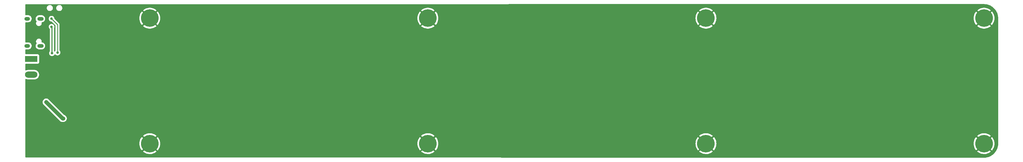
<source format=gbr>
%TF.GenerationSoftware,KiCad,Pcbnew,(6.0.9-0)*%
%TF.CreationDate,2022-11-17T19:12:12+01:00*%
%TF.ProjectId,pwr-v1,7077722d-7631-42e6-9b69-6361645f7063,rev?*%
%TF.SameCoordinates,Original*%
%TF.FileFunction,Copper,L2,Bot*%
%TF.FilePolarity,Positive*%
%FSLAX46Y46*%
G04 Gerber Fmt 4.6, Leading zero omitted, Abs format (unit mm)*
G04 Created by KiCad (PCBNEW (6.0.9-0)) date 2022-11-17 19:12:12*
%MOMM*%
%LPD*%
G01*
G04 APERTURE LIST*
%TA.AperFunction,ComponentPad*%
%ADD10R,3.960000X1.980000*%
%TD*%
%TA.AperFunction,ComponentPad*%
%ADD11O,3.960000X1.980000*%
%TD*%
%TA.AperFunction,ComponentPad*%
%ADD12C,5.600000*%
%TD*%
%TA.AperFunction,ComponentPad*%
%ADD13O,2.000000X1.200000*%
%TD*%
%TA.AperFunction,ComponentPad*%
%ADD14O,1.800000X1.200000*%
%TD*%
%TA.AperFunction,ViaPad*%
%ADD15C,0.800000*%
%TD*%
%TA.AperFunction,Conductor*%
%ADD16C,1.270000*%
%TD*%
%TA.AperFunction,Conductor*%
%ADD17C,0.300000*%
%TD*%
%TA.AperFunction,Conductor*%
%ADD18C,0.254000*%
%TD*%
G04 APERTURE END LIST*
D10*
%TO.P,SW101,1,A*%
%TO.N,VBUS*%
X2362200Y-57250000D03*
D11*
%TO.P,SW101,2,B*%
%TO.N,VBUS_SW*%
X2362200Y-62250000D03*
%TD*%
D12*
%TO.P,REF\u002A\u002A,*%
%TO.N,GND*%
X305000000Y-84250000D03*
%TD*%
%TO.P,REF\u002A\u002A,*%
%TO.N,GND*%
X216666666Y-44250000D03*
%TD*%
%TO.P,REF\u002A\u002A,*%
%TO.N,GND*%
X40000000Y-44250000D03*
%TD*%
%TO.P,REF\u002A\u002A,*%
%TO.N,GND*%
X128333333Y-44250000D03*
%TD*%
%TO.P,REF\u002A\u002A,*%
%TO.N,GND*%
X40000000Y-84250000D03*
%TD*%
%TO.P,REF\u002A\u002A,*%
%TO.N,GND*%
X305000000Y-44250000D03*
%TD*%
D13*
%TO.P,U101,0,SH*%
%TO.N,unconnected-(U101-Pad0)*%
X5265748Y-44423863D03*
%TO.P,U101,1*%
%TO.N,N/C*%
X5265748Y-53074105D03*
D14*
%TO.P,U101,2*%
X1065850Y-53074105D03*
%TO.P,U101,3*%
X1065850Y-44423863D03*
%TD*%
D12*
%TO.P,REF\u002A\u002A,*%
%TO.N,GND*%
X216666666Y-84250000D03*
%TD*%
%TO.P,REF\u002A\u002A,*%
%TO.N,GND*%
X128333333Y-84250000D03*
%TD*%
D15*
%TO.N,-12V*%
X12500000Y-76200000D03*
X7100000Y-71000000D03*
%TO.N,GND*%
X25700000Y-45100000D03*
X7200000Y-52700000D03*
X26800000Y-59200000D03*
X8100000Y-85200000D03*
X307700000Y-74600000D03*
X7300000Y-44800000D03*
X10700000Y-44400000D03*
%TO.N,CC1*%
X8803921Y-46984968D03*
X8950000Y-55400000D03*
%TO.N,CFG1*%
X8800000Y-44400000D03*
X10700000Y-55200000D03*
%TD*%
D16*
%TO.N,-12V*%
X12300000Y-76200000D02*
X7100000Y-71000000D01*
X12500000Y-76200000D02*
X12300000Y-76200000D01*
D17*
%TO.N,CC1*%
X8950000Y-47131047D02*
X8950000Y-55400000D01*
X8803921Y-46984968D02*
X8950000Y-47131047D01*
D18*
%TO.N,CFG1*%
X10700000Y-46300000D02*
X8800000Y-44400000D01*
X10700000Y-55200000D02*
X10700000Y-46300000D01*
%TD*%
%TA.AperFunction,Conductor*%
%TO.N,GND*%
G36*
X304970042Y-39760004D02*
G01*
X304984850Y-39762310D01*
X304984855Y-39762310D01*
X304993724Y-39763691D01*
X305014183Y-39761016D01*
X305036007Y-39760072D01*
X305385965Y-39775352D01*
X305396913Y-39776310D01*
X305774498Y-39826019D01*
X305785307Y-39827926D01*
X306130528Y-39904459D01*
X306157114Y-39910353D01*
X306167731Y-39913198D01*
X306530939Y-40027718D01*
X306541254Y-40031471D01*
X306893123Y-40177220D01*
X306903067Y-40181858D01*
X307240867Y-40357705D01*
X307250387Y-40363201D01*
X307571574Y-40567820D01*
X307580578Y-40574124D01*
X307882716Y-40805962D01*
X307891137Y-40813028D01*
X308171914Y-41070314D01*
X308179686Y-41078086D01*
X308436972Y-41358863D01*
X308444038Y-41367284D01*
X308675876Y-41669422D01*
X308682180Y-41678426D01*
X308886799Y-41999613D01*
X308892294Y-42009132D01*
X309017611Y-42249862D01*
X309068138Y-42346924D01*
X309072780Y-42356877D01*
X309149020Y-42540937D01*
X309218526Y-42708739D01*
X309222285Y-42719068D01*
X309336802Y-43082268D01*
X309339647Y-43092885D01*
X309415546Y-43435243D01*
X309422073Y-43464685D01*
X309423981Y-43475502D01*
X309452497Y-43692110D01*
X309473690Y-43853086D01*
X309474648Y-43864035D01*
X309489483Y-44203794D01*
X309489603Y-44206552D01*
X309488223Y-44231429D01*
X309486309Y-44243724D01*
X309487473Y-44252626D01*
X309487473Y-44252628D01*
X309490436Y-44275283D01*
X309491500Y-44291621D01*
X309491500Y-84200633D01*
X309490000Y-84220018D01*
X309487690Y-84234851D01*
X309487690Y-84234855D01*
X309486309Y-84243724D01*
X309488984Y-84264183D01*
X309489928Y-84286011D01*
X309474648Y-84635964D01*
X309473690Y-84646914D01*
X309423982Y-85024490D01*
X309422074Y-85035307D01*
X309356363Y-85331713D01*
X309339647Y-85407114D01*
X309336802Y-85417731D01*
X309259293Y-85663559D01*
X309222285Y-85780932D01*
X309218529Y-85791254D01*
X309115439Y-86040136D01*
X309072784Y-86143114D01*
X309068142Y-86153067D01*
X308945409Y-86388836D01*
X308892295Y-86490867D01*
X308886799Y-86500387D01*
X308682180Y-86821574D01*
X308675876Y-86830578D01*
X308444038Y-87132716D01*
X308436972Y-87141137D01*
X308179686Y-87421914D01*
X308171914Y-87429686D01*
X307891137Y-87686972D01*
X307882716Y-87694038D01*
X307580578Y-87925876D01*
X307571574Y-87932180D01*
X307250387Y-88136799D01*
X307240868Y-88142294D01*
X306903067Y-88318142D01*
X306893123Y-88322780D01*
X306541254Y-88468529D01*
X306530939Y-88472282D01*
X306167732Y-88586802D01*
X306157115Y-88589647D01*
X305785307Y-88672074D01*
X305774498Y-88673981D01*
X305396914Y-88723690D01*
X305385965Y-88724648D01*
X305043446Y-88739603D01*
X305018571Y-88738223D01*
X305006276Y-88736309D01*
X304997374Y-88737473D01*
X304997371Y-88737473D01*
X304974792Y-88740426D01*
X304958424Y-88741490D01*
X634469Y-88666656D01*
X566353Y-88646637D01*
X519874Y-88592970D01*
X508500Y-88540656D01*
X508500Y-86766381D01*
X37849160Y-86766381D01*
X37849237Y-86767470D01*
X37851698Y-86771206D01*
X38125632Y-86981404D01*
X38131262Y-86985259D01*
X38431591Y-87167862D01*
X38437593Y-87171080D01*
X38755897Y-87320184D01*
X38762202Y-87322732D01*
X39094743Y-87436587D01*
X39101313Y-87438446D01*
X39444183Y-87515714D01*
X39450912Y-87516853D01*
X39800143Y-87556643D01*
X39806933Y-87557046D01*
X40158419Y-87558886D01*
X40165220Y-87558554D01*
X40514853Y-87522423D01*
X40521581Y-87521357D01*
X40865274Y-87447676D01*
X40871822Y-87445897D01*
X41205549Y-87335527D01*
X41211891Y-87333041D01*
X41531718Y-87187288D01*
X41537777Y-87184121D01*
X41839995Y-87004676D01*
X41845659Y-87000884D01*
X42126732Y-86789849D01*
X42131958Y-86785464D01*
X42141613Y-86776428D01*
X42147540Y-86766381D01*
X126182493Y-86766381D01*
X126182570Y-86767470D01*
X126185031Y-86771206D01*
X126458965Y-86981404D01*
X126464595Y-86985259D01*
X126764924Y-87167862D01*
X126770926Y-87171080D01*
X127089230Y-87320184D01*
X127095535Y-87322732D01*
X127428076Y-87436587D01*
X127434646Y-87438446D01*
X127777516Y-87515714D01*
X127784245Y-87516853D01*
X128133476Y-87556643D01*
X128140266Y-87557046D01*
X128491752Y-87558886D01*
X128498553Y-87558554D01*
X128848186Y-87522423D01*
X128854914Y-87521357D01*
X129198607Y-87447676D01*
X129205155Y-87445897D01*
X129538882Y-87335527D01*
X129545224Y-87333041D01*
X129865051Y-87187288D01*
X129871110Y-87184121D01*
X130173328Y-87004676D01*
X130178992Y-87000884D01*
X130460065Y-86789849D01*
X130465291Y-86785464D01*
X130474946Y-86776428D01*
X130480873Y-86766381D01*
X214515826Y-86766381D01*
X214515903Y-86767470D01*
X214518364Y-86771206D01*
X214792298Y-86981404D01*
X214797928Y-86985259D01*
X215098257Y-87167862D01*
X215104259Y-87171080D01*
X215422563Y-87320184D01*
X215428868Y-87322732D01*
X215761409Y-87436587D01*
X215767979Y-87438446D01*
X216110849Y-87515714D01*
X216117578Y-87516853D01*
X216466809Y-87556643D01*
X216473599Y-87557046D01*
X216825085Y-87558886D01*
X216831886Y-87558554D01*
X217181519Y-87522423D01*
X217188247Y-87521357D01*
X217531940Y-87447676D01*
X217538488Y-87445897D01*
X217872215Y-87335527D01*
X217878557Y-87333041D01*
X218198384Y-87187288D01*
X218204443Y-87184121D01*
X218506661Y-87004676D01*
X218512325Y-87000884D01*
X218793398Y-86789849D01*
X218798624Y-86785464D01*
X218808279Y-86776428D01*
X218814206Y-86766381D01*
X302849160Y-86766381D01*
X302849237Y-86767470D01*
X302851698Y-86771206D01*
X303125632Y-86981404D01*
X303131262Y-86985259D01*
X303431591Y-87167862D01*
X303437593Y-87171080D01*
X303755897Y-87320184D01*
X303762202Y-87322732D01*
X304094743Y-87436587D01*
X304101313Y-87438446D01*
X304444183Y-87515714D01*
X304450912Y-87516853D01*
X304800143Y-87556643D01*
X304806933Y-87557046D01*
X305158419Y-87558886D01*
X305165220Y-87558554D01*
X305514853Y-87522423D01*
X305521581Y-87521357D01*
X305865274Y-87447676D01*
X305871822Y-87445897D01*
X306205549Y-87335527D01*
X306211891Y-87333041D01*
X306531718Y-87187288D01*
X306537777Y-87184121D01*
X306839995Y-87004676D01*
X306845659Y-87000884D01*
X307126732Y-86789849D01*
X307131958Y-86785464D01*
X307141613Y-86776428D01*
X307149682Y-86762750D01*
X307149654Y-86762024D01*
X307144512Y-86753723D01*
X305012810Y-84622020D01*
X304998869Y-84614408D01*
X304997034Y-84614539D01*
X304990420Y-84618790D01*
X302856774Y-86752437D01*
X302849160Y-86766381D01*
X218814206Y-86766381D01*
X218816348Y-86762750D01*
X218816320Y-86762024D01*
X218811178Y-86753723D01*
X216679476Y-84622020D01*
X216665535Y-84614408D01*
X216663700Y-84614539D01*
X216657086Y-84618790D01*
X214523440Y-86752437D01*
X214515826Y-86766381D01*
X130480873Y-86766381D01*
X130483015Y-86762750D01*
X130482987Y-86762024D01*
X130477845Y-86753723D01*
X128346143Y-84622020D01*
X128332202Y-84614408D01*
X128330367Y-84614539D01*
X128323753Y-84618790D01*
X126190107Y-86752437D01*
X126182493Y-86766381D01*
X42147540Y-86766381D01*
X42149682Y-86762750D01*
X42149654Y-86762024D01*
X42144512Y-86753723D01*
X40012810Y-84622020D01*
X39998869Y-84614408D01*
X39997034Y-84614539D01*
X39990420Y-84618790D01*
X37856774Y-86752437D01*
X37849160Y-86766381D01*
X508500Y-86766381D01*
X508500Y-84241832D01*
X36687333Y-84241832D01*
X36705117Y-84592893D01*
X36705827Y-84599649D01*
X36761420Y-84946723D01*
X36762859Y-84953378D01*
X36855608Y-85292410D01*
X36857757Y-85298871D01*
X36986581Y-85625912D01*
X36989412Y-85632095D01*
X37152803Y-85943310D01*
X37156286Y-85949152D01*
X37352330Y-86240896D01*
X37356433Y-86246340D01*
X37476425Y-86388836D01*
X37489164Y-86397279D01*
X37499608Y-86391181D01*
X39627980Y-84262810D01*
X39634357Y-84251131D01*
X40364408Y-84251131D01*
X40364539Y-84252966D01*
X40368790Y-84259580D01*
X42499009Y-86389798D01*
X42512605Y-86397223D01*
X42522218Y-86390522D01*
X42622518Y-86273912D01*
X42626676Y-86268514D01*
X42825762Y-85978840D01*
X42829310Y-85973029D01*
X42995942Y-85663559D01*
X42998849Y-85657381D01*
X43131090Y-85331713D01*
X43133304Y-85325283D01*
X43229598Y-84987237D01*
X43231105Y-84980607D01*
X43290332Y-84634118D01*
X43291112Y-84627378D01*
X43312668Y-84274925D01*
X43312784Y-84271323D01*
X43312853Y-84251819D01*
X43312761Y-84248194D01*
X43312416Y-84241832D01*
X125020666Y-84241832D01*
X125038450Y-84592893D01*
X125039160Y-84599649D01*
X125094753Y-84946723D01*
X125096192Y-84953378D01*
X125188941Y-85292410D01*
X125191090Y-85298871D01*
X125319914Y-85625912D01*
X125322745Y-85632095D01*
X125486136Y-85943310D01*
X125489619Y-85949152D01*
X125685663Y-86240896D01*
X125689766Y-86246340D01*
X125809758Y-86388836D01*
X125822497Y-86397279D01*
X125832941Y-86391181D01*
X127961313Y-84262810D01*
X127967690Y-84251131D01*
X128697741Y-84251131D01*
X128697872Y-84252966D01*
X128702123Y-84259580D01*
X130832342Y-86389798D01*
X130845938Y-86397223D01*
X130855551Y-86390522D01*
X130955851Y-86273912D01*
X130960009Y-86268514D01*
X131159095Y-85978840D01*
X131162643Y-85973029D01*
X131329275Y-85663559D01*
X131332182Y-85657381D01*
X131464423Y-85331713D01*
X131466637Y-85325283D01*
X131562931Y-84987237D01*
X131564438Y-84980607D01*
X131623665Y-84634118D01*
X131624445Y-84627378D01*
X131646001Y-84274925D01*
X131646117Y-84271323D01*
X131646186Y-84251819D01*
X131646094Y-84248194D01*
X131645749Y-84241832D01*
X213353999Y-84241832D01*
X213371783Y-84592893D01*
X213372493Y-84599649D01*
X213428086Y-84946723D01*
X213429525Y-84953378D01*
X213522274Y-85292410D01*
X213524423Y-85298871D01*
X213653247Y-85625912D01*
X213656078Y-85632095D01*
X213819469Y-85943310D01*
X213822952Y-85949152D01*
X214018996Y-86240896D01*
X214023099Y-86246340D01*
X214143091Y-86388836D01*
X214155830Y-86397279D01*
X214166274Y-86391181D01*
X216294646Y-84262810D01*
X216301023Y-84251131D01*
X217031074Y-84251131D01*
X217031205Y-84252966D01*
X217035456Y-84259580D01*
X219165675Y-86389798D01*
X219179271Y-86397223D01*
X219188884Y-86390522D01*
X219289184Y-86273912D01*
X219293342Y-86268514D01*
X219492428Y-85978840D01*
X219495976Y-85973029D01*
X219662608Y-85663559D01*
X219665515Y-85657381D01*
X219797756Y-85331713D01*
X219799970Y-85325283D01*
X219896264Y-84987237D01*
X219897771Y-84980607D01*
X219956998Y-84634118D01*
X219957778Y-84627378D01*
X219979334Y-84274925D01*
X219979450Y-84271323D01*
X219979519Y-84251819D01*
X219979427Y-84248194D01*
X219979082Y-84241832D01*
X301687333Y-84241832D01*
X301705117Y-84592893D01*
X301705827Y-84599649D01*
X301761420Y-84946723D01*
X301762859Y-84953378D01*
X301855608Y-85292410D01*
X301857757Y-85298871D01*
X301986581Y-85625912D01*
X301989412Y-85632095D01*
X302152803Y-85943310D01*
X302156286Y-85949152D01*
X302352330Y-86240896D01*
X302356433Y-86246340D01*
X302476425Y-86388836D01*
X302489164Y-86397279D01*
X302499608Y-86391181D01*
X304627980Y-84262810D01*
X304634357Y-84251131D01*
X305364408Y-84251131D01*
X305364539Y-84252966D01*
X305368790Y-84259580D01*
X307499009Y-86389798D01*
X307512605Y-86397223D01*
X307522218Y-86390522D01*
X307622518Y-86273912D01*
X307626676Y-86268514D01*
X307825762Y-85978840D01*
X307829310Y-85973029D01*
X307995942Y-85663559D01*
X307998849Y-85657381D01*
X308131090Y-85331713D01*
X308133304Y-85325283D01*
X308229598Y-84987237D01*
X308231105Y-84980607D01*
X308290332Y-84634118D01*
X308291112Y-84627378D01*
X308312668Y-84274925D01*
X308312784Y-84271323D01*
X308312853Y-84251819D01*
X308312761Y-84248194D01*
X308293666Y-83895615D01*
X308292931Y-83888849D01*
X308236130Y-83541985D01*
X308234663Y-83535313D01*
X308140736Y-83196627D01*
X308138562Y-83190163D01*
X308008598Y-82863578D01*
X308005742Y-82857398D01*
X307841269Y-82546763D01*
X307837769Y-82540937D01*
X307640697Y-82249862D01*
X307636590Y-82244453D01*
X307523565Y-82111179D01*
X307510740Y-82102743D01*
X307500416Y-82108795D01*
X305372020Y-84237190D01*
X305364408Y-84251131D01*
X304634357Y-84251131D01*
X304635592Y-84248869D01*
X304635461Y-84247034D01*
X304631210Y-84240420D01*
X302500992Y-82110203D01*
X302487455Y-82102811D01*
X302477753Y-82109599D01*
X302370430Y-82235257D01*
X302366296Y-82240664D01*
X302168215Y-82531041D01*
X302164697Y-82536851D01*
X301999134Y-82846922D01*
X301996259Y-82853087D01*
X301865155Y-83179218D01*
X301862962Y-83185658D01*
X301767846Y-83524044D01*
X301766363Y-83530679D01*
X301708350Y-83877354D01*
X301707591Y-83884126D01*
X301687357Y-84235037D01*
X301687333Y-84241832D01*
X219979082Y-84241832D01*
X219960332Y-83895615D01*
X219959597Y-83888849D01*
X219902796Y-83541985D01*
X219901329Y-83535313D01*
X219807402Y-83196627D01*
X219805228Y-83190163D01*
X219675264Y-82863578D01*
X219672408Y-82857398D01*
X219507935Y-82546763D01*
X219504435Y-82540937D01*
X219307363Y-82249862D01*
X219303256Y-82244453D01*
X219190231Y-82111179D01*
X219177406Y-82102743D01*
X219167082Y-82108795D01*
X217038686Y-84237190D01*
X217031074Y-84251131D01*
X216301023Y-84251131D01*
X216302258Y-84248869D01*
X216302127Y-84247034D01*
X216297876Y-84240420D01*
X214167658Y-82110203D01*
X214154121Y-82102811D01*
X214144419Y-82109599D01*
X214037096Y-82235257D01*
X214032962Y-82240664D01*
X213834881Y-82531041D01*
X213831363Y-82536851D01*
X213665800Y-82846922D01*
X213662925Y-82853087D01*
X213531821Y-83179218D01*
X213529628Y-83185658D01*
X213434512Y-83524044D01*
X213433029Y-83530679D01*
X213375016Y-83877354D01*
X213374257Y-83884126D01*
X213354023Y-84235037D01*
X213353999Y-84241832D01*
X131645749Y-84241832D01*
X131626999Y-83895615D01*
X131626264Y-83888849D01*
X131569463Y-83541985D01*
X131567996Y-83535313D01*
X131474069Y-83196627D01*
X131471895Y-83190163D01*
X131341931Y-82863578D01*
X131339075Y-82857398D01*
X131174602Y-82546763D01*
X131171102Y-82540937D01*
X130974030Y-82249862D01*
X130969923Y-82244453D01*
X130856898Y-82111179D01*
X130844073Y-82102743D01*
X130833749Y-82108795D01*
X128705353Y-84237190D01*
X128697741Y-84251131D01*
X127967690Y-84251131D01*
X127968925Y-84248869D01*
X127968794Y-84247034D01*
X127964543Y-84240420D01*
X125834325Y-82110203D01*
X125820788Y-82102811D01*
X125811086Y-82109599D01*
X125703763Y-82235257D01*
X125699629Y-82240664D01*
X125501548Y-82531041D01*
X125498030Y-82536851D01*
X125332467Y-82846922D01*
X125329592Y-82853087D01*
X125198488Y-83179218D01*
X125196295Y-83185658D01*
X125101179Y-83524044D01*
X125099696Y-83530679D01*
X125041683Y-83877354D01*
X125040924Y-83884126D01*
X125020690Y-84235037D01*
X125020666Y-84241832D01*
X43312416Y-84241832D01*
X43293666Y-83895615D01*
X43292931Y-83888849D01*
X43236130Y-83541985D01*
X43234663Y-83535313D01*
X43140736Y-83196627D01*
X43138562Y-83190163D01*
X43008598Y-82863578D01*
X43005742Y-82857398D01*
X42841269Y-82546763D01*
X42837769Y-82540937D01*
X42640697Y-82249862D01*
X42636590Y-82244453D01*
X42523565Y-82111179D01*
X42510740Y-82102743D01*
X42500416Y-82108795D01*
X40372020Y-84237190D01*
X40364408Y-84251131D01*
X39634357Y-84251131D01*
X39635592Y-84248869D01*
X39635461Y-84247034D01*
X39631210Y-84240420D01*
X37500992Y-82110203D01*
X37487455Y-82102811D01*
X37477753Y-82109599D01*
X37370430Y-82235257D01*
X37366296Y-82240664D01*
X37168215Y-82531041D01*
X37164697Y-82536851D01*
X36999134Y-82846922D01*
X36996259Y-82853087D01*
X36865155Y-83179218D01*
X36862962Y-83185658D01*
X36767846Y-83524044D01*
X36766363Y-83530679D01*
X36708350Y-83877354D01*
X36707591Y-83884126D01*
X36687357Y-84235037D01*
X36687333Y-84241832D01*
X508500Y-84241832D01*
X508500Y-81736862D01*
X37849950Y-81736862D01*
X37849986Y-81737704D01*
X37855037Y-81745826D01*
X39987190Y-83877980D01*
X40001131Y-83885592D01*
X40002966Y-83885461D01*
X40009580Y-83881210D01*
X42142798Y-81747991D01*
X42148875Y-81736862D01*
X126183283Y-81736862D01*
X126183319Y-81737704D01*
X126188370Y-81745826D01*
X128320523Y-83877980D01*
X128334464Y-83885592D01*
X128336299Y-83885461D01*
X128342913Y-83881210D01*
X130476131Y-81747991D01*
X130482208Y-81736862D01*
X214516616Y-81736862D01*
X214516652Y-81737704D01*
X214521703Y-81745826D01*
X216653856Y-83877980D01*
X216667797Y-83885592D01*
X216669632Y-83885461D01*
X216676246Y-83881210D01*
X218809464Y-81747991D01*
X218815541Y-81736862D01*
X302849950Y-81736862D01*
X302849986Y-81737704D01*
X302855037Y-81745826D01*
X304987190Y-83877980D01*
X305001131Y-83885592D01*
X305002966Y-83885461D01*
X305009580Y-83881210D01*
X307142798Y-81747991D01*
X307150412Y-81734047D01*
X307150344Y-81733089D01*
X307145836Y-81726272D01*
X307144418Y-81725065D01*
X306864813Y-81512064D01*
X306859187Y-81508240D01*
X306558214Y-81326681D01*
X306552202Y-81323484D01*
X306233370Y-81175487D01*
X306227070Y-81172967D01*
X305894129Y-81060273D01*
X305887551Y-81058437D01*
X305544417Y-80982367D01*
X305537678Y-80981251D01*
X305188310Y-80942680D01*
X305181529Y-80942301D01*
X304830015Y-80941687D01*
X304823242Y-80942042D01*
X304473720Y-80979395D01*
X304467010Y-80980482D01*
X304123586Y-81055361D01*
X304117011Y-81057172D01*
X303783683Y-81168702D01*
X303777361Y-81171205D01*
X303458034Y-81318079D01*
X303451991Y-81321265D01*
X303150401Y-81501763D01*
X303144755Y-81505571D01*
X302864408Y-81717596D01*
X302859211Y-81721987D01*
X302857972Y-81723155D01*
X302849950Y-81736862D01*
X218815541Y-81736862D01*
X218817078Y-81734047D01*
X218817010Y-81733089D01*
X218812502Y-81726272D01*
X218811084Y-81725065D01*
X218531479Y-81512064D01*
X218525853Y-81508240D01*
X218224880Y-81326681D01*
X218218868Y-81323484D01*
X217900036Y-81175487D01*
X217893736Y-81172967D01*
X217560795Y-81060273D01*
X217554217Y-81058437D01*
X217211083Y-80982367D01*
X217204344Y-80981251D01*
X216854976Y-80942680D01*
X216848195Y-80942301D01*
X216496681Y-80941687D01*
X216489908Y-80942042D01*
X216140386Y-80979395D01*
X216133676Y-80980482D01*
X215790252Y-81055361D01*
X215783677Y-81057172D01*
X215450349Y-81168702D01*
X215444027Y-81171205D01*
X215124700Y-81318079D01*
X215118657Y-81321265D01*
X214817067Y-81501763D01*
X214811421Y-81505571D01*
X214531074Y-81717596D01*
X214525877Y-81721987D01*
X214524638Y-81723155D01*
X214516616Y-81736862D01*
X130482208Y-81736862D01*
X130483745Y-81734047D01*
X130483677Y-81733089D01*
X130479169Y-81726272D01*
X130477751Y-81725065D01*
X130198146Y-81512064D01*
X130192520Y-81508240D01*
X129891547Y-81326681D01*
X129885535Y-81323484D01*
X129566703Y-81175487D01*
X129560403Y-81172967D01*
X129227462Y-81060273D01*
X129220884Y-81058437D01*
X128877750Y-80982367D01*
X128871011Y-80981251D01*
X128521643Y-80942680D01*
X128514862Y-80942301D01*
X128163348Y-80941687D01*
X128156575Y-80942042D01*
X127807053Y-80979395D01*
X127800343Y-80980482D01*
X127456919Y-81055361D01*
X127450344Y-81057172D01*
X127117016Y-81168702D01*
X127110694Y-81171205D01*
X126791367Y-81318079D01*
X126785324Y-81321265D01*
X126483734Y-81501763D01*
X126478088Y-81505571D01*
X126197741Y-81717596D01*
X126192544Y-81721987D01*
X126191305Y-81723155D01*
X126183283Y-81736862D01*
X42148875Y-81736862D01*
X42150412Y-81734047D01*
X42150344Y-81733089D01*
X42145836Y-81726272D01*
X42144418Y-81725065D01*
X41864813Y-81512064D01*
X41859187Y-81508240D01*
X41558214Y-81326681D01*
X41552202Y-81323484D01*
X41233370Y-81175487D01*
X41227070Y-81172967D01*
X40894129Y-81060273D01*
X40887551Y-81058437D01*
X40544417Y-80982367D01*
X40537678Y-80981251D01*
X40188310Y-80942680D01*
X40181529Y-80942301D01*
X39830015Y-80941687D01*
X39823242Y-80942042D01*
X39473720Y-80979395D01*
X39467010Y-80980482D01*
X39123586Y-81055361D01*
X39117011Y-81057172D01*
X38783683Y-81168702D01*
X38777361Y-81171205D01*
X38458034Y-81318079D01*
X38451991Y-81321265D01*
X38150401Y-81501763D01*
X38144755Y-81505571D01*
X37864408Y-81717596D01*
X37859211Y-81721987D01*
X37857972Y-81723155D01*
X37849950Y-81736862D01*
X508500Y-81736862D01*
X508500Y-71030061D01*
X5951994Y-71030061D01*
X5976697Y-71238765D01*
X6039018Y-71439473D01*
X6136871Y-71625463D01*
X6243251Y-71760404D01*
X11461151Y-76978304D01*
X11466788Y-76984322D01*
X11509494Y-77033019D01*
X11514029Y-77036594D01*
X11514030Y-77036595D01*
X11578982Y-77087798D01*
X11581547Y-77089876D01*
X11645100Y-77142734D01*
X11645105Y-77142738D01*
X11649540Y-77146426D01*
X11654574Y-77149245D01*
X11657584Y-77151314D01*
X11666854Y-77157508D01*
X11669999Y-77159551D01*
X11674537Y-77163128D01*
X11679645Y-77165816D01*
X11679649Y-77165818D01*
X11752816Y-77204312D01*
X11755706Y-77205882D01*
X11832904Y-77249115D01*
X11838376Y-77250972D01*
X11841776Y-77252486D01*
X11851987Y-77256873D01*
X11855421Y-77258295D01*
X11860527Y-77260982D01*
X11866041Y-77262694D01*
X11866043Y-77262695D01*
X11944999Y-77287212D01*
X11948135Y-77288231D01*
X12001280Y-77306271D01*
X12031912Y-77316669D01*
X12037625Y-77317498D01*
X12041138Y-77318341D01*
X12052151Y-77320833D01*
X12055718Y-77321591D01*
X12061234Y-77323304D01*
X12066962Y-77323982D01*
X12066967Y-77323983D01*
X12119182Y-77330163D01*
X12149099Y-77333704D01*
X12152322Y-77334128D01*
X12188419Y-77339362D01*
X12234184Y-77345998D01*
X12234189Y-77345998D01*
X12239898Y-77346826D01*
X12322069Y-77343597D01*
X12327017Y-77343500D01*
X12553316Y-77343500D01*
X12709279Y-77329169D01*
X12714841Y-77327600D01*
X12714843Y-77327600D01*
X12858047Y-77287212D01*
X12911549Y-77272123D01*
X13100037Y-77179171D01*
X13129048Y-77157508D01*
X13263805Y-77056880D01*
X13263806Y-77056879D01*
X13268429Y-77053427D01*
X13272345Y-77049191D01*
X13407167Y-76903341D01*
X13407169Y-76903338D01*
X13411086Y-76899101D01*
X13523231Y-76721362D01*
X13601108Y-76526163D01*
X13602233Y-76520506D01*
X13602235Y-76520500D01*
X13640981Y-76325707D01*
X13640981Y-76325705D01*
X13642108Y-76320040D01*
X13644859Y-76109898D01*
X13609268Y-75902772D01*
X13536528Y-75705601D01*
X13429074Y-75524988D01*
X13290506Y-75366981D01*
X13125463Y-75236872D01*
X13120347Y-75234181D01*
X13120345Y-75234179D01*
X12944590Y-75141710D01*
X12944588Y-75141709D01*
X12939473Y-75139018D01*
X12848378Y-75110732D01*
X12796648Y-75079495D01*
X7870876Y-70153723D01*
X7750460Y-70053574D01*
X7567096Y-69950885D01*
X7561629Y-69949029D01*
X7561624Y-69949027D01*
X7373557Y-69885187D01*
X7373552Y-69885186D01*
X7368088Y-69883331D01*
X7160103Y-69853175D01*
X7019433Y-69858702D01*
X6955877Y-69861199D01*
X6955875Y-69861199D01*
X6950104Y-69861426D01*
X6944473Y-69862700D01*
X6944467Y-69862701D01*
X6750755Y-69906534D01*
X6745125Y-69907808D01*
X6739825Y-69910085D01*
X6739822Y-69910086D01*
X6557340Y-69988486D01*
X6552031Y-69990767D01*
X6377289Y-70107527D01*
X6226751Y-70254174D01*
X6105457Y-70425801D01*
X6017471Y-70616657D01*
X5965740Y-70820351D01*
X5951994Y-71030061D01*
X508500Y-71030061D01*
X508500Y-63698642D01*
X528502Y-63630521D01*
X582158Y-63584028D01*
X652432Y-63573924D01*
X687548Y-63584353D01*
X852997Y-63661152D01*
X857975Y-63662532D01*
X857979Y-63662534D01*
X1085474Y-63725623D01*
X1090447Y-63727002D01*
X1197064Y-63738396D01*
X1288271Y-63748144D01*
X1288279Y-63748144D01*
X1291606Y-63748500D01*
X3414669Y-63748500D01*
X3417242Y-63748288D01*
X3417253Y-63748288D01*
X3592632Y-63733869D01*
X3592638Y-63733868D01*
X3597783Y-63733445D01*
X3717277Y-63703430D01*
X3831759Y-63674675D01*
X3831763Y-63674674D01*
X3836770Y-63673416D01*
X3841503Y-63671358D01*
X3841506Y-63671357D01*
X4058007Y-63577220D01*
X4058010Y-63577218D01*
X4062744Y-63575160D01*
X4067078Y-63572356D01*
X4067082Y-63572354D01*
X4265292Y-63444126D01*
X4265298Y-63444121D01*
X4269636Y-63441315D01*
X4451890Y-63275477D01*
X4455089Y-63271426D01*
X4455093Y-63271422D01*
X4601405Y-63086157D01*
X4604610Y-63082099D01*
X4723697Y-62866375D01*
X4805950Y-62634097D01*
X4849163Y-62391505D01*
X4852173Y-62145112D01*
X4814901Y-61901536D01*
X4738347Y-61667318D01*
X4624567Y-61448748D01*
X4476616Y-61251697D01*
X4298469Y-61081455D01*
X4294196Y-61078540D01*
X4099189Y-60945515D01*
X4099184Y-60945512D01*
X4094909Y-60942596D01*
X4090220Y-60940420D01*
X4090214Y-60940416D01*
X3876094Y-60841025D01*
X3876089Y-60841023D01*
X3871403Y-60838848D01*
X3866425Y-60837468D01*
X3866421Y-60837466D01*
X3638926Y-60774377D01*
X3638925Y-60774377D01*
X3633953Y-60772998D01*
X3527336Y-60761604D01*
X3436129Y-60751856D01*
X3436121Y-60751856D01*
X3432794Y-60751500D01*
X1309731Y-60751500D01*
X1307158Y-60751712D01*
X1307147Y-60751712D01*
X1131768Y-60766131D01*
X1131762Y-60766132D01*
X1126617Y-60766555D01*
X1007123Y-60796570D01*
X892641Y-60825325D01*
X892637Y-60825326D01*
X887630Y-60826584D01*
X882897Y-60828642D01*
X882894Y-60828643D01*
X684742Y-60914802D01*
X614296Y-60923622D01*
X550264Y-60892955D01*
X512976Y-60832538D01*
X508500Y-60799252D01*
X508500Y-58874500D01*
X528502Y-58806379D01*
X582158Y-58759886D01*
X634500Y-58748500D01*
X4390334Y-58748500D01*
X4452516Y-58741745D01*
X4588905Y-58690615D01*
X4705461Y-58603261D01*
X4792815Y-58486705D01*
X4843945Y-58350316D01*
X4850700Y-58288134D01*
X4850700Y-56211866D01*
X4843945Y-56149684D01*
X4792815Y-56013295D01*
X4705461Y-55896739D01*
X4588905Y-55809385D01*
X4452516Y-55758255D01*
X4390334Y-55751500D01*
X634500Y-55751500D01*
X566379Y-55731498D01*
X519886Y-55677842D01*
X508500Y-55625500D01*
X508500Y-54306175D01*
X528502Y-54238054D01*
X582158Y-54191561D01*
X649692Y-54181094D01*
X652735Y-54181464D01*
X657187Y-54182333D01*
X662749Y-54182605D01*
X1418696Y-54182605D01*
X1576416Y-54167557D01*
X1779384Y-54108013D01*
X1862961Y-54064968D01*
X1962099Y-54013909D01*
X1962102Y-54013907D01*
X1967430Y-54011163D01*
X2133770Y-53880501D01*
X2137702Y-53875970D01*
X2137705Y-53875967D01*
X2268471Y-53725272D01*
X2272402Y-53720742D01*
X2275402Y-53715556D01*
X2275405Y-53715552D01*
X2375317Y-53542847D01*
X2378323Y-53537651D01*
X2447711Y-53337834D01*
X2478063Y-53128501D01*
X2473027Y-53019709D01*
X3753535Y-53019709D01*
X3763315Y-53231004D01*
X3812873Y-53436639D01*
X3815355Y-53442097D01*
X3815356Y-53442101D01*
X3858801Y-53537651D01*
X3900422Y-53629192D01*
X4022802Y-53801716D01*
X4175598Y-53947986D01*
X4353296Y-54062725D01*
X4358862Y-54064968D01*
X4543916Y-54139547D01*
X4543919Y-54139548D01*
X4549485Y-54141791D01*
X4757085Y-54182333D01*
X4762647Y-54182605D01*
X5718594Y-54182605D01*
X5876314Y-54167557D01*
X6079282Y-54108013D01*
X6162859Y-54064968D01*
X6261997Y-54013909D01*
X6262000Y-54013907D01*
X6267328Y-54011163D01*
X6433668Y-53880501D01*
X6437600Y-53875970D01*
X6437603Y-53875967D01*
X6568369Y-53725272D01*
X6572300Y-53720742D01*
X6575300Y-53715556D01*
X6575303Y-53715552D01*
X6675215Y-53542847D01*
X6678221Y-53537651D01*
X6747609Y-53337834D01*
X6777961Y-53128501D01*
X6768181Y-52917206D01*
X6718623Y-52711571D01*
X6675273Y-52616227D01*
X6633554Y-52524473D01*
X6631074Y-52519018D01*
X6508694Y-52346494D01*
X6355898Y-52200224D01*
X6178200Y-52085485D01*
X6118102Y-52061265D01*
X5987580Y-52008663D01*
X5987577Y-52008662D01*
X5982011Y-52006419D01*
X5774411Y-51965877D01*
X5768849Y-51965605D01*
X5757147Y-51965605D01*
X5689026Y-51945603D01*
X5642533Y-51891947D01*
X5632429Y-51821673D01*
X5633900Y-51813409D01*
X5647754Y-51748227D01*
X5649127Y-51741768D01*
X5649127Y-51556048D01*
X5610514Y-51374386D01*
X5534975Y-51204722D01*
X5425811Y-51054470D01*
X5287794Y-50930199D01*
X5126955Y-50837339D01*
X5052494Y-50813145D01*
X4956603Y-50781988D01*
X4956601Y-50781988D01*
X4950324Y-50779948D01*
X4943761Y-50779258D01*
X4943760Y-50779258D01*
X4919564Y-50776715D01*
X4811928Y-50765402D01*
X4719314Y-50765402D01*
X4611678Y-50776715D01*
X4587482Y-50779258D01*
X4587481Y-50779258D01*
X4580918Y-50779948D01*
X4574641Y-50781988D01*
X4574639Y-50781988D01*
X4478748Y-50813145D01*
X4404287Y-50837339D01*
X4243448Y-50930199D01*
X4105431Y-51054470D01*
X3996267Y-51204721D01*
X3920728Y-51374386D01*
X3882115Y-51556048D01*
X3882115Y-51741768D01*
X3883487Y-51748221D01*
X3883487Y-51748225D01*
X3899099Y-51821673D01*
X3920728Y-51923430D01*
X3923413Y-51929460D01*
X3923413Y-51929461D01*
X3991881Y-52083242D01*
X3996267Y-52093094D01*
X4000147Y-52098435D01*
X4000148Y-52098436D01*
X4052743Y-52170827D01*
X4076602Y-52237695D01*
X4060521Y-52306847D01*
X4045977Y-52327462D01*
X3959196Y-52427468D01*
X3956196Y-52432654D01*
X3956193Y-52432658D01*
X3909060Y-52514131D01*
X3853275Y-52610559D01*
X3783887Y-52810376D01*
X3753535Y-53019709D01*
X2473027Y-53019709D01*
X2468283Y-52917206D01*
X2418725Y-52711571D01*
X2375375Y-52616227D01*
X2333656Y-52524473D01*
X2331176Y-52519018D01*
X2208796Y-52346494D01*
X2056000Y-52200224D01*
X1878302Y-52085485D01*
X1818204Y-52061265D01*
X1687682Y-52008663D01*
X1687679Y-52008662D01*
X1682113Y-52006419D01*
X1474513Y-51965877D01*
X1468951Y-51965605D01*
X713004Y-51965605D01*
X676550Y-51969083D01*
X646467Y-51971953D01*
X576754Y-51958512D01*
X525376Y-51909514D01*
X508500Y-51846523D01*
X508500Y-45655933D01*
X528502Y-45587812D01*
X582158Y-45541319D01*
X649692Y-45530852D01*
X652735Y-45531222D01*
X657187Y-45532091D01*
X662749Y-45532363D01*
X1418696Y-45532363D01*
X1576416Y-45517315D01*
X1779384Y-45457771D01*
X1882092Y-45404873D01*
X1962099Y-45363667D01*
X1962102Y-45363665D01*
X1967430Y-45360921D01*
X2133770Y-45230259D01*
X2137702Y-45225728D01*
X2137705Y-45225725D01*
X2268471Y-45075030D01*
X2272402Y-45070500D01*
X2275402Y-45065314D01*
X2275405Y-45065310D01*
X2375317Y-44892605D01*
X2378323Y-44887409D01*
X2447711Y-44687592D01*
X2448572Y-44681655D01*
X2477202Y-44484199D01*
X2477202Y-44484196D01*
X2478063Y-44478259D01*
X2473027Y-44369467D01*
X3753535Y-44369467D01*
X3763315Y-44580762D01*
X3764719Y-44586587D01*
X3764719Y-44586588D01*
X3810676Y-44777279D01*
X3812873Y-44786397D01*
X3815355Y-44791855D01*
X3815356Y-44791859D01*
X3858801Y-44887409D01*
X3900422Y-44978950D01*
X4022802Y-45151474D01*
X4027129Y-45155616D01*
X4036266Y-45164363D01*
X4071642Y-45225918D01*
X4068123Y-45296828D01*
X4051071Y-45329442D01*
X3996267Y-45404873D01*
X3993583Y-45410902D01*
X3993581Y-45410905D01*
X3939505Y-45532363D01*
X3920728Y-45574538D01*
X3919355Y-45580998D01*
X3897990Y-45681515D01*
X3882115Y-45756200D01*
X3882115Y-45941920D01*
X3883487Y-45948373D01*
X3883487Y-45948377D01*
X3892635Y-45991412D01*
X3920728Y-46123582D01*
X3923413Y-46129612D01*
X3923413Y-46129613D01*
X3985256Y-46268514D01*
X3996267Y-46293246D01*
X4000147Y-46298587D01*
X4000148Y-46298588D01*
X4067421Y-46391181D01*
X4105431Y-46443498D01*
X4243448Y-46567769D01*
X4404287Y-46660629D01*
X4410573Y-46662671D01*
X4410572Y-46662671D01*
X4574639Y-46715980D01*
X4574641Y-46715980D01*
X4580918Y-46718020D01*
X4587481Y-46718710D01*
X4587482Y-46718710D01*
X4611678Y-46721253D01*
X4719314Y-46732566D01*
X4811928Y-46732566D01*
X4919564Y-46721253D01*
X4943760Y-46718710D01*
X4943761Y-46718710D01*
X4950324Y-46718020D01*
X4956601Y-46715980D01*
X4956603Y-46715980D01*
X5120670Y-46662671D01*
X5120669Y-46662671D01*
X5126955Y-46660629D01*
X5287794Y-46567769D01*
X5425811Y-46443498D01*
X5464301Y-46390522D01*
X5531094Y-46298589D01*
X5531095Y-46298588D01*
X5534975Y-46293247D01*
X5543584Y-46273912D01*
X5607827Y-46129618D01*
X5607829Y-46129613D01*
X5610514Y-46123582D01*
X5628540Y-46038777D01*
X5647755Y-45948377D01*
X5647755Y-45948373D01*
X5649127Y-45941920D01*
X5649127Y-45756200D01*
X5633252Y-45681514D01*
X5638654Y-45610724D01*
X5681471Y-45554092D01*
X5744531Y-45529888D01*
X5876314Y-45517315D01*
X6079282Y-45457771D01*
X6181990Y-45404873D01*
X6261997Y-45363667D01*
X6262000Y-45363665D01*
X6267328Y-45360921D01*
X6433668Y-45230259D01*
X6437600Y-45225728D01*
X6437603Y-45225725D01*
X6568369Y-45075030D01*
X6572300Y-45070500D01*
X6575300Y-45065314D01*
X6575303Y-45065310D01*
X6675215Y-44892605D01*
X6678221Y-44887409D01*
X6747609Y-44687592D01*
X6748470Y-44681655D01*
X6777100Y-44484199D01*
X6777100Y-44484196D01*
X6777961Y-44478259D01*
X6774339Y-44400000D01*
X7886496Y-44400000D01*
X7887186Y-44406565D01*
X7905495Y-44580762D01*
X7906458Y-44589928D01*
X7965473Y-44771556D01*
X8060960Y-44936944D01*
X8065378Y-44941851D01*
X8065379Y-44941852D01*
X8106244Y-44987237D01*
X8188747Y-45078866D01*
X8343248Y-45191118D01*
X8349276Y-45193802D01*
X8349278Y-45193803D01*
X8439484Y-45233965D01*
X8517712Y-45268794D01*
X8611113Y-45288647D01*
X8698056Y-45307128D01*
X8698061Y-45307128D01*
X8704513Y-45308500D01*
X8757578Y-45308500D01*
X8825699Y-45328502D01*
X8846673Y-45345405D01*
X10027595Y-46526328D01*
X10061621Y-46588640D01*
X10064500Y-46615423D01*
X10064500Y-54499697D01*
X10044498Y-54567818D01*
X10032136Y-54584006D01*
X9960960Y-54663056D01*
X9957659Y-54668774D01*
X9871077Y-54818737D01*
X9819694Y-54867730D01*
X9749981Y-54881166D01*
X9684070Y-54854779D01*
X9668326Y-54840051D01*
X9640863Y-54809550D01*
X9610146Y-54745542D01*
X9608500Y-54725241D01*
X9608500Y-47442157D01*
X9625380Y-47379158D01*
X9638448Y-47356524D01*
X9697463Y-47174896D01*
X9698203Y-47167862D01*
X9716735Y-46991533D01*
X9717425Y-46984968D01*
X9697463Y-46795040D01*
X9638448Y-46613412D01*
X9542961Y-46448024D01*
X9491780Y-46391181D01*
X9419596Y-46311013D01*
X9419595Y-46311012D01*
X9415174Y-46306102D01*
X9316078Y-46234104D01*
X9266015Y-46197731D01*
X9266014Y-46197730D01*
X9260673Y-46193850D01*
X9254645Y-46191166D01*
X9254643Y-46191165D01*
X9092240Y-46118859D01*
X9092239Y-46118859D01*
X9086209Y-46116174D01*
X8981527Y-46093923D01*
X8905865Y-46077840D01*
X8905860Y-46077840D01*
X8899408Y-46076468D01*
X8708434Y-46076468D01*
X8701982Y-46077840D01*
X8701977Y-46077840D01*
X8626315Y-46093923D01*
X8521633Y-46116174D01*
X8515603Y-46118859D01*
X8515602Y-46118859D01*
X8353199Y-46191165D01*
X8353197Y-46191166D01*
X8347169Y-46193850D01*
X8341828Y-46197730D01*
X8341827Y-46197731D01*
X8291764Y-46234104D01*
X8192668Y-46306102D01*
X8188247Y-46311012D01*
X8188246Y-46311013D01*
X8116063Y-46391181D01*
X8064881Y-46448024D01*
X7969394Y-46613412D01*
X7910379Y-46795040D01*
X7890417Y-46984968D01*
X7891107Y-46991533D01*
X7909640Y-47167862D01*
X7910379Y-47174896D01*
X7969394Y-47356524D01*
X8064881Y-47521912D01*
X8069299Y-47526819D01*
X8069300Y-47526820D01*
X8188246Y-47658923D01*
X8192668Y-47663834D01*
X8232788Y-47692983D01*
X8239561Y-47697904D01*
X8282915Y-47754127D01*
X8291500Y-47799840D01*
X8291500Y-54725241D01*
X8271498Y-54793362D01*
X8259136Y-54809551D01*
X8218413Y-54854779D01*
X8210960Y-54863056D01*
X8115473Y-55028444D01*
X8056458Y-55210072D01*
X8036496Y-55400000D01*
X8037186Y-55406565D01*
X8055129Y-55577279D01*
X8056458Y-55589928D01*
X8115473Y-55771556D01*
X8210960Y-55936944D01*
X8215378Y-55941851D01*
X8215379Y-55941852D01*
X8329678Y-56068794D01*
X8338747Y-56078866D01*
X8493248Y-56191118D01*
X8499276Y-56193802D01*
X8499278Y-56193803D01*
X8661681Y-56266109D01*
X8667712Y-56268794D01*
X8761113Y-56288647D01*
X8848056Y-56307128D01*
X8848061Y-56307128D01*
X8854513Y-56308500D01*
X9045487Y-56308500D01*
X9051939Y-56307128D01*
X9051944Y-56307128D01*
X9138887Y-56288647D01*
X9232288Y-56268794D01*
X9238319Y-56266109D01*
X9400722Y-56193803D01*
X9400724Y-56193802D01*
X9406752Y-56191118D01*
X9561253Y-56078866D01*
X9570322Y-56068794D01*
X9684621Y-55941852D01*
X9684622Y-55941851D01*
X9689040Y-55936944D01*
X9759577Y-55814771D01*
X9778923Y-55781263D01*
X9830306Y-55732270D01*
X9900019Y-55718834D01*
X9965930Y-55745221D01*
X9981669Y-55759943D01*
X10088747Y-55878866D01*
X10243248Y-55991118D01*
X10249276Y-55993802D01*
X10249278Y-55993803D01*
X10311943Y-56021703D01*
X10417712Y-56068794D01*
X10483365Y-56082749D01*
X10598056Y-56107128D01*
X10598061Y-56107128D01*
X10604513Y-56108500D01*
X10795487Y-56108500D01*
X10801939Y-56107128D01*
X10801944Y-56107128D01*
X10916635Y-56082749D01*
X10982288Y-56068794D01*
X11088057Y-56021703D01*
X11150722Y-55993803D01*
X11150724Y-55993802D01*
X11156752Y-55991118D01*
X11311253Y-55878866D01*
X11420620Y-55757402D01*
X11434621Y-55741852D01*
X11434622Y-55741851D01*
X11439040Y-55736944D01*
X11534527Y-55571556D01*
X11593542Y-55389928D01*
X11613504Y-55200000D01*
X11595473Y-55028444D01*
X11594232Y-55016635D01*
X11594232Y-55016633D01*
X11593542Y-55010072D01*
X11534527Y-54828444D01*
X11439040Y-54663056D01*
X11367864Y-54584007D01*
X11337146Y-54520000D01*
X11335500Y-54499697D01*
X11335500Y-46766381D01*
X37849160Y-46766381D01*
X37849237Y-46767470D01*
X37851698Y-46771206D01*
X38125632Y-46981404D01*
X38131262Y-46985259D01*
X38431591Y-47167862D01*
X38437593Y-47171080D01*
X38755897Y-47320184D01*
X38762202Y-47322732D01*
X39094743Y-47436587D01*
X39101313Y-47438446D01*
X39444183Y-47515714D01*
X39450912Y-47516853D01*
X39800143Y-47556643D01*
X39806933Y-47557046D01*
X40158419Y-47558886D01*
X40165220Y-47558554D01*
X40514853Y-47522423D01*
X40521581Y-47521357D01*
X40865274Y-47447676D01*
X40871822Y-47445897D01*
X41205549Y-47335527D01*
X41211891Y-47333041D01*
X41531718Y-47187288D01*
X41537777Y-47184121D01*
X41839995Y-47004676D01*
X41845659Y-47000884D01*
X42126732Y-46789849D01*
X42131958Y-46785464D01*
X42141613Y-46776428D01*
X42147540Y-46766381D01*
X126182493Y-46766381D01*
X126182570Y-46767470D01*
X126185031Y-46771206D01*
X126458965Y-46981404D01*
X126464595Y-46985259D01*
X126764924Y-47167862D01*
X126770926Y-47171080D01*
X127089230Y-47320184D01*
X127095535Y-47322732D01*
X127428076Y-47436587D01*
X127434646Y-47438446D01*
X127777516Y-47515714D01*
X127784245Y-47516853D01*
X128133476Y-47556643D01*
X128140266Y-47557046D01*
X128491752Y-47558886D01*
X128498553Y-47558554D01*
X128848186Y-47522423D01*
X128854914Y-47521357D01*
X129198607Y-47447676D01*
X129205155Y-47445897D01*
X129538882Y-47335527D01*
X129545224Y-47333041D01*
X129865051Y-47187288D01*
X129871110Y-47184121D01*
X130173328Y-47004676D01*
X130178992Y-47000884D01*
X130460065Y-46789849D01*
X130465291Y-46785464D01*
X130474946Y-46776428D01*
X130480873Y-46766381D01*
X214515826Y-46766381D01*
X214515903Y-46767470D01*
X214518364Y-46771206D01*
X214792298Y-46981404D01*
X214797928Y-46985259D01*
X215098257Y-47167862D01*
X215104259Y-47171080D01*
X215422563Y-47320184D01*
X215428868Y-47322732D01*
X215761409Y-47436587D01*
X215767979Y-47438446D01*
X216110849Y-47515714D01*
X216117578Y-47516853D01*
X216466809Y-47556643D01*
X216473599Y-47557046D01*
X216825085Y-47558886D01*
X216831886Y-47558554D01*
X217181519Y-47522423D01*
X217188247Y-47521357D01*
X217531940Y-47447676D01*
X217538488Y-47445897D01*
X217872215Y-47335527D01*
X217878557Y-47333041D01*
X218198384Y-47187288D01*
X218204443Y-47184121D01*
X218506661Y-47004676D01*
X218512325Y-47000884D01*
X218793398Y-46789849D01*
X218798624Y-46785464D01*
X218808279Y-46776428D01*
X218814206Y-46766381D01*
X302849160Y-46766381D01*
X302849237Y-46767470D01*
X302851698Y-46771206D01*
X303125632Y-46981404D01*
X303131262Y-46985259D01*
X303431591Y-47167862D01*
X303437593Y-47171080D01*
X303755897Y-47320184D01*
X303762202Y-47322732D01*
X304094743Y-47436587D01*
X304101313Y-47438446D01*
X304444183Y-47515714D01*
X304450912Y-47516853D01*
X304800143Y-47556643D01*
X304806933Y-47557046D01*
X305158419Y-47558886D01*
X305165220Y-47558554D01*
X305514853Y-47522423D01*
X305521581Y-47521357D01*
X305865274Y-47447676D01*
X305871822Y-47445897D01*
X306205549Y-47335527D01*
X306211891Y-47333041D01*
X306531718Y-47187288D01*
X306537777Y-47184121D01*
X306839995Y-47004676D01*
X306845659Y-47000884D01*
X307126732Y-46789849D01*
X307131958Y-46785464D01*
X307141613Y-46776428D01*
X307149682Y-46762750D01*
X307149654Y-46762024D01*
X307144512Y-46753723D01*
X305012810Y-44622020D01*
X304998869Y-44614408D01*
X304997034Y-44614539D01*
X304990420Y-44618790D01*
X302856774Y-46752437D01*
X302849160Y-46766381D01*
X218814206Y-46766381D01*
X218816348Y-46762750D01*
X218816320Y-46762024D01*
X218811178Y-46753723D01*
X216679476Y-44622020D01*
X216665535Y-44614408D01*
X216663700Y-44614539D01*
X216657086Y-44618790D01*
X214523440Y-46752437D01*
X214515826Y-46766381D01*
X130480873Y-46766381D01*
X130483015Y-46762750D01*
X130482987Y-46762024D01*
X130477845Y-46753723D01*
X128346143Y-44622020D01*
X128332202Y-44614408D01*
X128330367Y-44614539D01*
X128323753Y-44618790D01*
X126190107Y-46752437D01*
X126182493Y-46766381D01*
X42147540Y-46766381D01*
X42149682Y-46762750D01*
X42149654Y-46762024D01*
X42144512Y-46753723D01*
X40012810Y-44622020D01*
X39998869Y-44614408D01*
X39997034Y-44614539D01*
X39990420Y-44618790D01*
X37856774Y-46752437D01*
X37849160Y-46766381D01*
X11335500Y-46766381D01*
X11335500Y-46379032D01*
X11336030Y-46367793D01*
X11337709Y-46360281D01*
X11335562Y-46291969D01*
X11335500Y-46288012D01*
X11335500Y-46260017D01*
X11334992Y-46255994D01*
X11334059Y-46244152D01*
X11332914Y-46207720D01*
X11332665Y-46199795D01*
X11326987Y-46180251D01*
X11322977Y-46160888D01*
X11321420Y-46148560D01*
X11321420Y-46148558D01*
X11320427Y-46140701D01*
X11317511Y-46133337D01*
X11317510Y-46133332D01*
X11304093Y-46099444D01*
X11300248Y-46088215D01*
X11290081Y-46053222D01*
X11287869Y-46045607D01*
X11283830Y-46038777D01*
X11277512Y-46028094D01*
X11268812Y-46010336D01*
X11264239Y-45998785D01*
X11264235Y-45998779D01*
X11261319Y-45991412D01*
X11235234Y-45955509D01*
X11228719Y-45945590D01*
X11210174Y-45914232D01*
X11210171Y-45914228D01*
X11206134Y-45907402D01*
X11191750Y-45893018D01*
X11178909Y-45877984D01*
X11171602Y-45867927D01*
X11166942Y-45861513D01*
X11132744Y-45833222D01*
X11123965Y-45825233D01*
X9746790Y-44448057D01*
X9712764Y-44385745D01*
X9710575Y-44372132D01*
X9696880Y-44241832D01*
X36687333Y-44241832D01*
X36705117Y-44592893D01*
X36705827Y-44599649D01*
X36761420Y-44946723D01*
X36762859Y-44953378D01*
X36855608Y-45292410D01*
X36857757Y-45298871D01*
X36986581Y-45625912D01*
X36989412Y-45632095D01*
X37152803Y-45943310D01*
X37156286Y-45949152D01*
X37352330Y-46240896D01*
X37356433Y-46246340D01*
X37476425Y-46388836D01*
X37489164Y-46397279D01*
X37499608Y-46391181D01*
X39627980Y-44262810D01*
X39634357Y-44251131D01*
X40364408Y-44251131D01*
X40364539Y-44252966D01*
X40368790Y-44259580D01*
X42499009Y-46389798D01*
X42512605Y-46397223D01*
X42522218Y-46390522D01*
X42622518Y-46273912D01*
X42626676Y-46268514D01*
X42825762Y-45978840D01*
X42829310Y-45973029D01*
X42995942Y-45663559D01*
X42998849Y-45657381D01*
X43131090Y-45331713D01*
X43133304Y-45325283D01*
X43229598Y-44987237D01*
X43231105Y-44980607D01*
X43290332Y-44634118D01*
X43291112Y-44627378D01*
X43312668Y-44274925D01*
X43312784Y-44271323D01*
X43312853Y-44251819D01*
X43312761Y-44248194D01*
X43312416Y-44241832D01*
X125020666Y-44241832D01*
X125038450Y-44592893D01*
X125039160Y-44599649D01*
X125094753Y-44946723D01*
X125096192Y-44953378D01*
X125188941Y-45292410D01*
X125191090Y-45298871D01*
X125319914Y-45625912D01*
X125322745Y-45632095D01*
X125486136Y-45943310D01*
X125489619Y-45949152D01*
X125685663Y-46240896D01*
X125689766Y-46246340D01*
X125809758Y-46388836D01*
X125822497Y-46397279D01*
X125832941Y-46391181D01*
X127961313Y-44262810D01*
X127967690Y-44251131D01*
X128697741Y-44251131D01*
X128697872Y-44252966D01*
X128702123Y-44259580D01*
X130832342Y-46389798D01*
X130845938Y-46397223D01*
X130855551Y-46390522D01*
X130955851Y-46273912D01*
X130960009Y-46268514D01*
X131159095Y-45978840D01*
X131162643Y-45973029D01*
X131329275Y-45663559D01*
X131332182Y-45657381D01*
X131464423Y-45331713D01*
X131466637Y-45325283D01*
X131562931Y-44987237D01*
X131564438Y-44980607D01*
X131623665Y-44634118D01*
X131624445Y-44627378D01*
X131646001Y-44274925D01*
X131646117Y-44271323D01*
X131646186Y-44251819D01*
X131646094Y-44248194D01*
X131645749Y-44241832D01*
X213353999Y-44241832D01*
X213371783Y-44592893D01*
X213372493Y-44599649D01*
X213428086Y-44946723D01*
X213429525Y-44953378D01*
X213522274Y-45292410D01*
X213524423Y-45298871D01*
X213653247Y-45625912D01*
X213656078Y-45632095D01*
X213819469Y-45943310D01*
X213822952Y-45949152D01*
X214018996Y-46240896D01*
X214023099Y-46246340D01*
X214143091Y-46388836D01*
X214155830Y-46397279D01*
X214166274Y-46391181D01*
X216294646Y-44262810D01*
X216301023Y-44251131D01*
X217031074Y-44251131D01*
X217031205Y-44252966D01*
X217035456Y-44259580D01*
X219165675Y-46389798D01*
X219179271Y-46397223D01*
X219188884Y-46390522D01*
X219289184Y-46273912D01*
X219293342Y-46268514D01*
X219492428Y-45978840D01*
X219495976Y-45973029D01*
X219662608Y-45663559D01*
X219665515Y-45657381D01*
X219797756Y-45331713D01*
X219799970Y-45325283D01*
X219896264Y-44987237D01*
X219897771Y-44980607D01*
X219956998Y-44634118D01*
X219957778Y-44627378D01*
X219979334Y-44274925D01*
X219979450Y-44271323D01*
X219979519Y-44251819D01*
X219979427Y-44248194D01*
X219979082Y-44241832D01*
X301687333Y-44241832D01*
X301705117Y-44592893D01*
X301705827Y-44599649D01*
X301761420Y-44946723D01*
X301762859Y-44953378D01*
X301855608Y-45292410D01*
X301857757Y-45298871D01*
X301986581Y-45625912D01*
X301989412Y-45632095D01*
X302152803Y-45943310D01*
X302156286Y-45949152D01*
X302352330Y-46240896D01*
X302356433Y-46246340D01*
X302476425Y-46388836D01*
X302489164Y-46397279D01*
X302499608Y-46391181D01*
X304627980Y-44262810D01*
X304634357Y-44251131D01*
X305364408Y-44251131D01*
X305364539Y-44252966D01*
X305368790Y-44259580D01*
X307499009Y-46389798D01*
X307512605Y-46397223D01*
X307522218Y-46390522D01*
X307622518Y-46273912D01*
X307626676Y-46268514D01*
X307825762Y-45978840D01*
X307829310Y-45973029D01*
X307995942Y-45663559D01*
X307998849Y-45657381D01*
X308131090Y-45331713D01*
X308133304Y-45325283D01*
X308229598Y-44987237D01*
X308231105Y-44980607D01*
X308290332Y-44634118D01*
X308291112Y-44627378D01*
X308312668Y-44274925D01*
X308312784Y-44271323D01*
X308312853Y-44251819D01*
X308312761Y-44248194D01*
X308293666Y-43895615D01*
X308292931Y-43888849D01*
X308236130Y-43541985D01*
X308234663Y-43535313D01*
X308140736Y-43196627D01*
X308138562Y-43190163D01*
X308008598Y-42863578D01*
X308005742Y-42857398D01*
X307841269Y-42546763D01*
X307837769Y-42540937D01*
X307640697Y-42249862D01*
X307636590Y-42244453D01*
X307523565Y-42111179D01*
X307510740Y-42102743D01*
X307500416Y-42108795D01*
X305372020Y-44237190D01*
X305364408Y-44251131D01*
X304634357Y-44251131D01*
X304635592Y-44248869D01*
X304635461Y-44247034D01*
X304631210Y-44240420D01*
X302500992Y-42110203D01*
X302487455Y-42102811D01*
X302477753Y-42109599D01*
X302370430Y-42235257D01*
X302366296Y-42240664D01*
X302168215Y-42531041D01*
X302164697Y-42536851D01*
X301999134Y-42846922D01*
X301996259Y-42853087D01*
X301865155Y-43179218D01*
X301862962Y-43185658D01*
X301767846Y-43524044D01*
X301766363Y-43530679D01*
X301708350Y-43877354D01*
X301707591Y-43884126D01*
X301687357Y-44235037D01*
X301687333Y-44241832D01*
X219979082Y-44241832D01*
X219960332Y-43895615D01*
X219959597Y-43888849D01*
X219902796Y-43541985D01*
X219901329Y-43535313D01*
X219807402Y-43196627D01*
X219805228Y-43190163D01*
X219675264Y-42863578D01*
X219672408Y-42857398D01*
X219507935Y-42546763D01*
X219504435Y-42540937D01*
X219307363Y-42249862D01*
X219303256Y-42244453D01*
X219190231Y-42111179D01*
X219177406Y-42102743D01*
X219167082Y-42108795D01*
X217038686Y-44237190D01*
X217031074Y-44251131D01*
X216301023Y-44251131D01*
X216302258Y-44248869D01*
X216302127Y-44247034D01*
X216297876Y-44240420D01*
X214167658Y-42110203D01*
X214154121Y-42102811D01*
X214144419Y-42109599D01*
X214037096Y-42235257D01*
X214032962Y-42240664D01*
X213834881Y-42531041D01*
X213831363Y-42536851D01*
X213665800Y-42846922D01*
X213662925Y-42853087D01*
X213531821Y-43179218D01*
X213529628Y-43185658D01*
X213434512Y-43524044D01*
X213433029Y-43530679D01*
X213375016Y-43877354D01*
X213374257Y-43884126D01*
X213354023Y-44235037D01*
X213353999Y-44241832D01*
X131645749Y-44241832D01*
X131626999Y-43895615D01*
X131626264Y-43888849D01*
X131569463Y-43541985D01*
X131567996Y-43535313D01*
X131474069Y-43196627D01*
X131471895Y-43190163D01*
X131341931Y-42863578D01*
X131339075Y-42857398D01*
X131174602Y-42546763D01*
X131171102Y-42540937D01*
X130974030Y-42249862D01*
X130969923Y-42244453D01*
X130856898Y-42111179D01*
X130844073Y-42102743D01*
X130833749Y-42108795D01*
X128705353Y-44237190D01*
X128697741Y-44251131D01*
X127967690Y-44251131D01*
X127968925Y-44248869D01*
X127968794Y-44247034D01*
X127964543Y-44240420D01*
X125834325Y-42110203D01*
X125820788Y-42102811D01*
X125811086Y-42109599D01*
X125703763Y-42235257D01*
X125699629Y-42240664D01*
X125501548Y-42531041D01*
X125498030Y-42536851D01*
X125332467Y-42846922D01*
X125329592Y-42853087D01*
X125198488Y-43179218D01*
X125196295Y-43185658D01*
X125101179Y-43524044D01*
X125099696Y-43530679D01*
X125041683Y-43877354D01*
X125040924Y-43884126D01*
X125020690Y-44235037D01*
X125020666Y-44241832D01*
X43312416Y-44241832D01*
X43293666Y-43895615D01*
X43292931Y-43888849D01*
X43236130Y-43541985D01*
X43234663Y-43535313D01*
X43140736Y-43196627D01*
X43138562Y-43190163D01*
X43008598Y-42863578D01*
X43005742Y-42857398D01*
X42841269Y-42546763D01*
X42837769Y-42540937D01*
X42640697Y-42249862D01*
X42636590Y-42244453D01*
X42523565Y-42111179D01*
X42510740Y-42102743D01*
X42500416Y-42108795D01*
X40372020Y-44237190D01*
X40364408Y-44251131D01*
X39634357Y-44251131D01*
X39635592Y-44248869D01*
X39635461Y-44247034D01*
X39631210Y-44240420D01*
X37500992Y-42110203D01*
X37487455Y-42102811D01*
X37477753Y-42109599D01*
X37370430Y-42235257D01*
X37366296Y-42240664D01*
X37168215Y-42531041D01*
X37164697Y-42536851D01*
X36999134Y-42846922D01*
X36996259Y-42853087D01*
X36865155Y-43179218D01*
X36862962Y-43185658D01*
X36767846Y-43524044D01*
X36766363Y-43530679D01*
X36708350Y-43877354D01*
X36707591Y-43884126D01*
X36687357Y-44235037D01*
X36687333Y-44241832D01*
X9696880Y-44241832D01*
X9694232Y-44216635D01*
X9694232Y-44216633D01*
X9693542Y-44210072D01*
X9634527Y-44028444D01*
X9539040Y-43863056D01*
X9466432Y-43782416D01*
X9415675Y-43726045D01*
X9415674Y-43726044D01*
X9411253Y-43721134D01*
X9268568Y-43617467D01*
X9262094Y-43612763D01*
X9262093Y-43612762D01*
X9256752Y-43608882D01*
X9250724Y-43606198D01*
X9250722Y-43606197D01*
X9088319Y-43533891D01*
X9088318Y-43533891D01*
X9082288Y-43531206D01*
X8988888Y-43511353D01*
X8901944Y-43492872D01*
X8901939Y-43492872D01*
X8895487Y-43491500D01*
X8704513Y-43491500D01*
X8698061Y-43492872D01*
X8698056Y-43492872D01*
X8611112Y-43511353D01*
X8517712Y-43531206D01*
X8511682Y-43533891D01*
X8511681Y-43533891D01*
X8349278Y-43606197D01*
X8349276Y-43606198D01*
X8343248Y-43608882D01*
X8337907Y-43612762D01*
X8337906Y-43612763D01*
X8331432Y-43617467D01*
X8188747Y-43721134D01*
X8184326Y-43726044D01*
X8184325Y-43726045D01*
X8133569Y-43782416D01*
X8060960Y-43863056D01*
X7965473Y-44028444D01*
X7906458Y-44210072D01*
X7905768Y-44216633D01*
X7905768Y-44216635D01*
X7901091Y-44261136D01*
X7886496Y-44400000D01*
X6774339Y-44400000D01*
X6768181Y-44266964D01*
X6718623Y-44061329D01*
X6675273Y-43965985D01*
X6643277Y-43895615D01*
X6631074Y-43868776D01*
X6508694Y-43696252D01*
X6355898Y-43549982D01*
X6178200Y-43435243D01*
X6118102Y-43411023D01*
X5987580Y-43358421D01*
X5987577Y-43358420D01*
X5982011Y-43356177D01*
X5774411Y-43315635D01*
X5768849Y-43315363D01*
X4812902Y-43315363D01*
X4655182Y-43330411D01*
X4452214Y-43389955D01*
X4446887Y-43392699D01*
X4446886Y-43392699D01*
X4269499Y-43484059D01*
X4269496Y-43484061D01*
X4264168Y-43486805D01*
X4097828Y-43617467D01*
X4093896Y-43621998D01*
X4093893Y-43622001D01*
X4025222Y-43701138D01*
X3959196Y-43777226D01*
X3956196Y-43782412D01*
X3956193Y-43782416D01*
X3894620Y-43888849D01*
X3853275Y-43960317D01*
X3783887Y-44160134D01*
X3783026Y-44166069D01*
X3783026Y-44166071D01*
X3769000Y-44262810D01*
X3753535Y-44369467D01*
X2473027Y-44369467D01*
X2468283Y-44266964D01*
X2418725Y-44061329D01*
X2375375Y-43965985D01*
X2343379Y-43895615D01*
X2331176Y-43868776D01*
X2208796Y-43696252D01*
X2056000Y-43549982D01*
X1878302Y-43435243D01*
X1818204Y-43411023D01*
X1687682Y-43358421D01*
X1687679Y-43358420D01*
X1682113Y-43356177D01*
X1474513Y-43315635D01*
X1468951Y-43315363D01*
X713004Y-43315363D01*
X676550Y-43318841D01*
X646467Y-43321711D01*
X576754Y-43308270D01*
X525376Y-43259272D01*
X508500Y-43196281D01*
X508500Y-41050024D01*
X7287568Y-41050024D01*
X7316687Y-41242561D01*
X7318890Y-41248548D01*
X7318890Y-41248549D01*
X7347637Y-41326681D01*
X7383925Y-41425310D01*
X7486538Y-41590806D01*
X7620332Y-41732290D01*
X7779842Y-41843980D01*
X7958553Y-41921315D01*
X8149165Y-41961136D01*
X8155557Y-41961471D01*
X8298537Y-41961471D01*
X8344526Y-41956800D01*
X8437255Y-41947381D01*
X8437257Y-41947381D01*
X8443603Y-41946736D01*
X8629418Y-41888505D01*
X8799730Y-41794099D01*
X8947580Y-41667376D01*
X9066929Y-41513512D01*
X9152902Y-41338792D01*
X9156057Y-41326681D01*
X9200377Y-41156536D01*
X9200377Y-41156533D01*
X9201987Y-41150354D01*
X9207245Y-41050024D01*
X10287568Y-41050024D01*
X10316687Y-41242561D01*
X10318890Y-41248548D01*
X10318890Y-41248549D01*
X10347637Y-41326681D01*
X10383925Y-41425310D01*
X10486538Y-41590806D01*
X10620332Y-41732290D01*
X10779842Y-41843980D01*
X10958553Y-41921315D01*
X11149165Y-41961136D01*
X11155557Y-41961471D01*
X11298537Y-41961471D01*
X11344526Y-41956800D01*
X11437255Y-41947381D01*
X11437257Y-41947381D01*
X11443603Y-41946736D01*
X11629418Y-41888505D01*
X11799730Y-41794099D01*
X11866509Y-41736862D01*
X37849950Y-41736862D01*
X37849986Y-41737704D01*
X37855037Y-41745826D01*
X39987190Y-43877980D01*
X40001131Y-43885592D01*
X40002966Y-43885461D01*
X40009580Y-43881210D01*
X42142798Y-41747991D01*
X42148875Y-41736862D01*
X126183283Y-41736862D01*
X126183319Y-41737704D01*
X126188370Y-41745826D01*
X128320523Y-43877980D01*
X128334464Y-43885592D01*
X128336299Y-43885461D01*
X128342913Y-43881210D01*
X130476131Y-41747991D01*
X130482208Y-41736862D01*
X214516616Y-41736862D01*
X214516652Y-41737704D01*
X214521703Y-41745826D01*
X216653856Y-43877980D01*
X216667797Y-43885592D01*
X216669632Y-43885461D01*
X216676246Y-43881210D01*
X218809464Y-41747991D01*
X218815541Y-41736862D01*
X302849950Y-41736862D01*
X302849986Y-41737704D01*
X302855037Y-41745826D01*
X304987190Y-43877980D01*
X305001131Y-43885592D01*
X305002966Y-43885461D01*
X305009580Y-43881210D01*
X307142798Y-41747991D01*
X307150412Y-41734047D01*
X307150344Y-41733089D01*
X307145836Y-41726272D01*
X307144418Y-41725065D01*
X306864813Y-41512064D01*
X306859187Y-41508240D01*
X306558214Y-41326681D01*
X306552202Y-41323484D01*
X306233370Y-41175487D01*
X306227070Y-41172967D01*
X305894129Y-41060273D01*
X305887551Y-41058437D01*
X305544417Y-40982367D01*
X305537678Y-40981251D01*
X305188310Y-40942680D01*
X305181529Y-40942301D01*
X304830015Y-40941687D01*
X304823242Y-40942042D01*
X304473720Y-40979395D01*
X304467010Y-40980482D01*
X304123586Y-41055361D01*
X304117011Y-41057172D01*
X303783683Y-41168702D01*
X303777361Y-41171205D01*
X303458034Y-41318079D01*
X303451991Y-41321265D01*
X303150401Y-41501763D01*
X303144755Y-41505571D01*
X302864408Y-41717596D01*
X302859211Y-41721987D01*
X302857972Y-41723155D01*
X302849950Y-41736862D01*
X218815541Y-41736862D01*
X218817078Y-41734047D01*
X218817010Y-41733089D01*
X218812502Y-41726272D01*
X218811084Y-41725065D01*
X218531479Y-41512064D01*
X218525853Y-41508240D01*
X218224880Y-41326681D01*
X218218868Y-41323484D01*
X217900036Y-41175487D01*
X217893736Y-41172967D01*
X217560795Y-41060273D01*
X217554217Y-41058437D01*
X217211083Y-40982367D01*
X217204344Y-40981251D01*
X216854976Y-40942680D01*
X216848195Y-40942301D01*
X216496681Y-40941687D01*
X216489908Y-40942042D01*
X216140386Y-40979395D01*
X216133676Y-40980482D01*
X215790252Y-41055361D01*
X215783677Y-41057172D01*
X215450349Y-41168702D01*
X215444027Y-41171205D01*
X215124700Y-41318079D01*
X215118657Y-41321265D01*
X214817067Y-41501763D01*
X214811421Y-41505571D01*
X214531074Y-41717596D01*
X214525877Y-41721987D01*
X214524638Y-41723155D01*
X214516616Y-41736862D01*
X130482208Y-41736862D01*
X130483745Y-41734047D01*
X130483677Y-41733089D01*
X130479169Y-41726272D01*
X130477751Y-41725065D01*
X130198146Y-41512064D01*
X130192520Y-41508240D01*
X129891547Y-41326681D01*
X129885535Y-41323484D01*
X129566703Y-41175487D01*
X129560403Y-41172967D01*
X129227462Y-41060273D01*
X129220884Y-41058437D01*
X128877750Y-40982367D01*
X128871011Y-40981251D01*
X128521643Y-40942680D01*
X128514862Y-40942301D01*
X128163348Y-40941687D01*
X128156575Y-40942042D01*
X127807053Y-40979395D01*
X127800343Y-40980482D01*
X127456919Y-41055361D01*
X127450344Y-41057172D01*
X127117016Y-41168702D01*
X127110694Y-41171205D01*
X126791367Y-41318079D01*
X126785324Y-41321265D01*
X126483734Y-41501763D01*
X126478088Y-41505571D01*
X126197741Y-41717596D01*
X126192544Y-41721987D01*
X126191305Y-41723155D01*
X126183283Y-41736862D01*
X42148875Y-41736862D01*
X42150412Y-41734047D01*
X42150344Y-41733089D01*
X42145836Y-41726272D01*
X42144418Y-41725065D01*
X41864813Y-41512064D01*
X41859187Y-41508240D01*
X41558214Y-41326681D01*
X41552202Y-41323484D01*
X41233370Y-41175487D01*
X41227070Y-41172967D01*
X40894129Y-41060273D01*
X40887551Y-41058437D01*
X40544417Y-40982367D01*
X40537678Y-40981251D01*
X40188310Y-40942680D01*
X40181529Y-40942301D01*
X39830015Y-40941687D01*
X39823242Y-40942042D01*
X39473720Y-40979395D01*
X39467010Y-40980482D01*
X39123586Y-41055361D01*
X39117011Y-41057172D01*
X38783683Y-41168702D01*
X38777361Y-41171205D01*
X38458034Y-41318079D01*
X38451991Y-41321265D01*
X38150401Y-41501763D01*
X38144755Y-41505571D01*
X37864408Y-41717596D01*
X37859211Y-41721987D01*
X37857972Y-41723155D01*
X37849950Y-41736862D01*
X11866509Y-41736862D01*
X11947580Y-41667376D01*
X12066929Y-41513512D01*
X12152902Y-41338792D01*
X12156057Y-41326681D01*
X12200377Y-41156536D01*
X12200377Y-41156533D01*
X12201987Y-41150354D01*
X12210849Y-40981251D01*
X12211844Y-40962275D01*
X12211844Y-40962271D01*
X12212178Y-40955894D01*
X12183059Y-40763357D01*
X12115821Y-40580608D01*
X12013208Y-40415112D01*
X11964119Y-40363201D01*
X11883796Y-40278262D01*
X11879414Y-40273628D01*
X11719904Y-40161938D01*
X11541193Y-40084603D01*
X11350581Y-40044782D01*
X11344189Y-40044447D01*
X11201209Y-40044447D01*
X11188145Y-40045774D01*
X11062491Y-40058537D01*
X11062489Y-40058537D01*
X11056143Y-40059182D01*
X10870328Y-40117413D01*
X10700016Y-40211819D01*
X10552166Y-40338542D01*
X10432817Y-40492406D01*
X10346844Y-40667126D01*
X10345235Y-40673304D01*
X10345234Y-40673306D01*
X10310680Y-40805962D01*
X10297759Y-40855564D01*
X10287568Y-41050024D01*
X9207245Y-41050024D01*
X9210849Y-40981251D01*
X9211844Y-40962275D01*
X9211844Y-40962271D01*
X9212178Y-40955894D01*
X9183059Y-40763357D01*
X9115821Y-40580608D01*
X9013208Y-40415112D01*
X8964119Y-40363201D01*
X8883796Y-40278262D01*
X8879414Y-40273628D01*
X8719904Y-40161938D01*
X8541193Y-40084603D01*
X8350581Y-40044782D01*
X8344189Y-40044447D01*
X8201209Y-40044447D01*
X8188145Y-40045774D01*
X8062491Y-40058537D01*
X8062489Y-40058537D01*
X8056143Y-40059182D01*
X7870328Y-40117413D01*
X7700016Y-40211819D01*
X7552166Y-40338542D01*
X7432817Y-40492406D01*
X7346844Y-40667126D01*
X7345235Y-40673304D01*
X7345234Y-40673306D01*
X7310680Y-40805962D01*
X7297759Y-40855564D01*
X7287568Y-41050024D01*
X508500Y-41050024D01*
X508500Y-39904459D01*
X528502Y-39836338D01*
X582158Y-39789845D01*
X634492Y-39778459D01*
X304950650Y-39758504D01*
X304970042Y-39760004D01*
G37*
%TD.AperFunction*%
%TD*%
M02*

</source>
